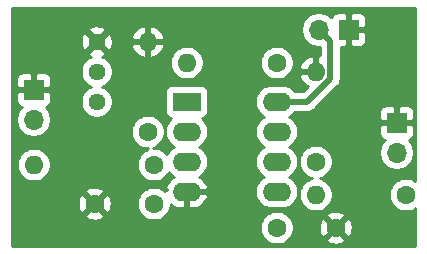
<source format=gbr>
%TF.GenerationSoftware,KiCad,Pcbnew,(5.1.12)-1*%
%TF.CreationDate,2022-02-01T21:13:27-05:00*%
%TF.ProjectId,Lobotomizer-LPF,4c6f626f-746f-46d6-997a-65722d4c5046,rev?*%
%TF.SameCoordinates,Original*%
%TF.FileFunction,Copper,L2,Bot*%
%TF.FilePolarity,Positive*%
%FSLAX46Y46*%
G04 Gerber Fmt 4.6, Leading zero omitted, Abs format (unit mm)*
G04 Created by KiCad (PCBNEW (5.1.12)-1) date 2022-02-01 21:13:27*
%MOMM*%
%LPD*%
G01*
G04 APERTURE LIST*
%TA.AperFunction,ComponentPad*%
%ADD10O,1.600000X1.600000*%
%TD*%
%TA.AperFunction,ComponentPad*%
%ADD11C,1.600000*%
%TD*%
%TA.AperFunction,ComponentPad*%
%ADD12O,2.400000X1.600000*%
%TD*%
%TA.AperFunction,ComponentPad*%
%ADD13R,2.400000X1.600000*%
%TD*%
%TA.AperFunction,ComponentPad*%
%ADD14C,1.440000*%
%TD*%
%TA.AperFunction,ComponentPad*%
%ADD15O,1.700000X1.700000*%
%TD*%
%TA.AperFunction,ComponentPad*%
%ADD16R,1.700000X1.700000*%
%TD*%
%TA.AperFunction,Conductor*%
%ADD17C,0.482600*%
%TD*%
%TA.AperFunction,Conductor*%
%ADD18C,0.254000*%
%TD*%
%TA.AperFunction,Conductor*%
%ADD19C,0.100000*%
%TD*%
G04 APERTURE END LIST*
D10*
%TO.P,R4,2*%
%TO.N,GND*%
X143256000Y-69596000D03*
D11*
%TO.P,R4,1*%
%TO.N,Net-(R4-Pad1)*%
X143256000Y-77216000D03*
%TD*%
D10*
%TO.P,R1,2*%
%TO.N,Net-(J1-Pad2)*%
X119380000Y-77470000D03*
D11*
%TO.P,R1,1*%
%TO.N,Net-(C1-Pad1)*%
X129540000Y-77470000D03*
%TD*%
D12*
%TO.P,U1,8*%
%TO.N,+9V*%
X139954000Y-72136000D03*
%TO.P,U1,4*%
%TO.N,GND*%
X132334000Y-79756000D03*
%TO.P,U1,7*%
%TO.N,Net-(J2-Pad2)*%
X139954000Y-74676000D03*
%TO.P,U1,3*%
%TO.N,Net-(C1-Pad1)*%
X132334000Y-77216000D03*
%TO.P,U1,6*%
%TO.N,Net-(R4-Pad1)*%
X139954000Y-77216000D03*
%TO.P,U1,2*%
%TO.N,Net-(R2-Pad1)*%
X132334000Y-74676000D03*
%TO.P,U1,5*%
%TO.N,Net-(C2-Pad1)*%
X139954000Y-79756000D03*
D13*
%TO.P,U1,1*%
%TO.N,Net-(R3-Pad2)*%
X132334000Y-72136000D03*
%TD*%
D14*
%TO.P,RV1,3*%
%TO.N,Net-(R3-Pad2)*%
X124714000Y-72136000D03*
%TO.P,RV1,2*%
%TO.N,Net-(R2-Pad1)*%
X124714000Y-69596000D03*
%TO.P,RV1,1*%
%TO.N,GND*%
X124714000Y-67056000D03*
%TD*%
D10*
%TO.P,R5,2*%
%TO.N,Net-(R4-Pad1)*%
X143256000Y-80010000D03*
D11*
%TO.P,R5,1*%
%TO.N,Net-(J2-Pad2)*%
X150876000Y-80010000D03*
%TD*%
D10*
%TO.P,R3,2*%
%TO.N,Net-(R3-Pad2)*%
X132334000Y-68834000D03*
D11*
%TO.P,R3,1*%
%TO.N,Net-(C2-Pad1)*%
X139954000Y-68834000D03*
%TD*%
D10*
%TO.P,R2,2*%
%TO.N,GND*%
X129032000Y-67056000D03*
D11*
%TO.P,R2,1*%
%TO.N,Net-(R2-Pad1)*%
X129032000Y-74676000D03*
%TD*%
D15*
%TO.P,J3,2*%
%TO.N,+9V*%
X143510000Y-66040000D03*
D16*
%TO.P,J3,1*%
%TO.N,GND*%
X146050000Y-66040000D03*
%TD*%
D15*
%TO.P,J2,2*%
%TO.N,Net-(J2-Pad2)*%
X150114000Y-76454000D03*
D16*
%TO.P,J2,1*%
%TO.N,GND*%
X150114000Y-73914000D03*
%TD*%
D15*
%TO.P,J1,2*%
%TO.N,Net-(J1-Pad2)*%
X119380000Y-73660000D03*
D16*
%TO.P,J1,1*%
%TO.N,GND*%
X119380000Y-71120000D03*
%TD*%
D11*
%TO.P,C2,2*%
%TO.N,GND*%
X144954000Y-82804000D03*
%TO.P,C2,1*%
%TO.N,Net-(C2-Pad1)*%
X139954000Y-82804000D03*
%TD*%
%TO.P,C1,2*%
%TO.N,GND*%
X124540000Y-80772000D03*
%TO.P,C1,1*%
%TO.N,Net-(C1-Pad1)*%
X129540000Y-80772000D03*
%TD*%
D17*
%TO.N,+9V*%
X144497301Y-70191825D02*
X142553126Y-72136000D01*
X144497301Y-67027301D02*
X144497301Y-70191825D01*
X142553126Y-72136000D02*
X139954000Y-72136000D01*
X143510000Y-66040000D02*
X144497301Y-67027301D01*
%TD*%
D18*
%TO.N,GND*%
X151715001Y-78844743D02*
X151555727Y-78738320D01*
X151294574Y-78630147D01*
X151017335Y-78575000D01*
X150734665Y-78575000D01*
X150457426Y-78630147D01*
X150196273Y-78738320D01*
X149961241Y-78895363D01*
X149761363Y-79095241D01*
X149604320Y-79330273D01*
X149496147Y-79591426D01*
X149441000Y-79868665D01*
X149441000Y-80151335D01*
X149496147Y-80428574D01*
X149604320Y-80689727D01*
X149761363Y-80924759D01*
X149961241Y-81124637D01*
X150196273Y-81281680D01*
X150457426Y-81389853D01*
X150734665Y-81445000D01*
X151017335Y-81445000D01*
X151294574Y-81389853D01*
X151555727Y-81281680D01*
X151715001Y-81175257D01*
X151715001Y-84405000D01*
X117525000Y-84405000D01*
X117525000Y-82662665D01*
X138519000Y-82662665D01*
X138519000Y-82945335D01*
X138574147Y-83222574D01*
X138682320Y-83483727D01*
X138839363Y-83718759D01*
X139039241Y-83918637D01*
X139274273Y-84075680D01*
X139535426Y-84183853D01*
X139812665Y-84239000D01*
X140095335Y-84239000D01*
X140372574Y-84183853D01*
X140633727Y-84075680D01*
X140868759Y-83918637D01*
X140990694Y-83796702D01*
X144140903Y-83796702D01*
X144212486Y-84040671D01*
X144467996Y-84161571D01*
X144742184Y-84230300D01*
X145024512Y-84244217D01*
X145304130Y-84202787D01*
X145570292Y-84107603D01*
X145695514Y-84040671D01*
X145767097Y-83796702D01*
X144954000Y-82983605D01*
X144140903Y-83796702D01*
X140990694Y-83796702D01*
X141068637Y-83718759D01*
X141225680Y-83483727D01*
X141333853Y-83222574D01*
X141389000Y-82945335D01*
X141389000Y-82874512D01*
X143513783Y-82874512D01*
X143555213Y-83154130D01*
X143650397Y-83420292D01*
X143717329Y-83545514D01*
X143961298Y-83617097D01*
X144774395Y-82804000D01*
X145133605Y-82804000D01*
X145946702Y-83617097D01*
X146190671Y-83545514D01*
X146311571Y-83290004D01*
X146380300Y-83015816D01*
X146394217Y-82733488D01*
X146352787Y-82453870D01*
X146257603Y-82187708D01*
X146190671Y-82062486D01*
X145946702Y-81990903D01*
X145133605Y-82804000D01*
X144774395Y-82804000D01*
X143961298Y-81990903D01*
X143717329Y-82062486D01*
X143596429Y-82317996D01*
X143527700Y-82592184D01*
X143513783Y-82874512D01*
X141389000Y-82874512D01*
X141389000Y-82662665D01*
X141333853Y-82385426D01*
X141225680Y-82124273D01*
X141068637Y-81889241D01*
X140990694Y-81811298D01*
X144140903Y-81811298D01*
X144954000Y-82624395D01*
X145767097Y-81811298D01*
X145695514Y-81567329D01*
X145440004Y-81446429D01*
X145165816Y-81377700D01*
X144883488Y-81363783D01*
X144603870Y-81405213D01*
X144337708Y-81500397D01*
X144212486Y-81567329D01*
X144140903Y-81811298D01*
X140990694Y-81811298D01*
X140868759Y-81689363D01*
X140633727Y-81532320D01*
X140372574Y-81424147D01*
X140095335Y-81369000D01*
X139812665Y-81369000D01*
X139535426Y-81424147D01*
X139274273Y-81532320D01*
X139039241Y-81689363D01*
X138839363Y-81889241D01*
X138682320Y-82124273D01*
X138574147Y-82385426D01*
X138519000Y-82662665D01*
X117525000Y-82662665D01*
X117525000Y-81764702D01*
X123726903Y-81764702D01*
X123798486Y-82008671D01*
X124053996Y-82129571D01*
X124328184Y-82198300D01*
X124610512Y-82212217D01*
X124890130Y-82170787D01*
X125156292Y-82075603D01*
X125281514Y-82008671D01*
X125353097Y-81764702D01*
X124540000Y-80951605D01*
X123726903Y-81764702D01*
X117525000Y-81764702D01*
X117525000Y-80842512D01*
X123099783Y-80842512D01*
X123141213Y-81122130D01*
X123236397Y-81388292D01*
X123303329Y-81513514D01*
X123547298Y-81585097D01*
X124360395Y-80772000D01*
X124719605Y-80772000D01*
X125532702Y-81585097D01*
X125776671Y-81513514D01*
X125897571Y-81258004D01*
X125966300Y-80983816D01*
X125980217Y-80701488D01*
X125938787Y-80421870D01*
X125843603Y-80155708D01*
X125776671Y-80030486D01*
X125532702Y-79958903D01*
X124719605Y-80772000D01*
X124360395Y-80772000D01*
X123547298Y-79958903D01*
X123303329Y-80030486D01*
X123182429Y-80285996D01*
X123113700Y-80560184D01*
X123099783Y-80842512D01*
X117525000Y-80842512D01*
X117525000Y-79779298D01*
X123726903Y-79779298D01*
X124540000Y-80592395D01*
X125353097Y-79779298D01*
X125281514Y-79535329D01*
X125026004Y-79414429D01*
X124751816Y-79345700D01*
X124469488Y-79331783D01*
X124189870Y-79373213D01*
X123923708Y-79468397D01*
X123798486Y-79535329D01*
X123726903Y-79779298D01*
X117525000Y-79779298D01*
X117525000Y-77328665D01*
X117945000Y-77328665D01*
X117945000Y-77611335D01*
X118000147Y-77888574D01*
X118108320Y-78149727D01*
X118265363Y-78384759D01*
X118465241Y-78584637D01*
X118700273Y-78741680D01*
X118961426Y-78849853D01*
X119238665Y-78905000D01*
X119521335Y-78905000D01*
X119798574Y-78849853D01*
X120059727Y-78741680D01*
X120294759Y-78584637D01*
X120494637Y-78384759D01*
X120651680Y-78149727D01*
X120759853Y-77888574D01*
X120815000Y-77611335D01*
X120815000Y-77328665D01*
X120759853Y-77051426D01*
X120651680Y-76790273D01*
X120494637Y-76555241D01*
X120294759Y-76355363D01*
X120059727Y-76198320D01*
X119798574Y-76090147D01*
X119521335Y-76035000D01*
X119238665Y-76035000D01*
X118961426Y-76090147D01*
X118700273Y-76198320D01*
X118465241Y-76355363D01*
X118265363Y-76555241D01*
X118108320Y-76790273D01*
X118000147Y-77051426D01*
X117945000Y-77328665D01*
X117525000Y-77328665D01*
X117525000Y-71970000D01*
X117891928Y-71970000D01*
X117904188Y-72094482D01*
X117940498Y-72214180D01*
X117999463Y-72324494D01*
X118078815Y-72421185D01*
X118175506Y-72500537D01*
X118285820Y-72559502D01*
X118358380Y-72581513D01*
X118226525Y-72713368D01*
X118064010Y-72956589D01*
X117952068Y-73226842D01*
X117895000Y-73513740D01*
X117895000Y-73806260D01*
X117952068Y-74093158D01*
X118064010Y-74363411D01*
X118226525Y-74606632D01*
X118433368Y-74813475D01*
X118676589Y-74975990D01*
X118946842Y-75087932D01*
X119233740Y-75145000D01*
X119526260Y-75145000D01*
X119813158Y-75087932D01*
X120083411Y-74975990D01*
X120326632Y-74813475D01*
X120533475Y-74606632D01*
X120581561Y-74534665D01*
X127597000Y-74534665D01*
X127597000Y-74817335D01*
X127652147Y-75094574D01*
X127760320Y-75355727D01*
X127917363Y-75590759D01*
X128117241Y-75790637D01*
X128352273Y-75947680D01*
X128613426Y-76055853D01*
X128890665Y-76111000D01*
X129071082Y-76111000D01*
X128860273Y-76198320D01*
X128625241Y-76355363D01*
X128425363Y-76555241D01*
X128268320Y-76790273D01*
X128160147Y-77051426D01*
X128105000Y-77328665D01*
X128105000Y-77611335D01*
X128160147Y-77888574D01*
X128268320Y-78149727D01*
X128425363Y-78384759D01*
X128625241Y-78584637D01*
X128860273Y-78741680D01*
X129121426Y-78849853D01*
X129398665Y-78905000D01*
X129681335Y-78905000D01*
X129958574Y-78849853D01*
X130219727Y-78741680D01*
X130454759Y-78584637D01*
X130654637Y-78384759D01*
X130811680Y-78149727D01*
X130822491Y-78123626D01*
X130914392Y-78235608D01*
X131132899Y-78414932D01*
X131260741Y-78483265D01*
X131031161Y-78633399D01*
X130829500Y-78831105D01*
X130670285Y-79064354D01*
X130559633Y-79324182D01*
X130542096Y-79406961D01*
X130664084Y-79628998D01*
X130499000Y-79628998D01*
X130499000Y-79701604D01*
X130454759Y-79657363D01*
X130219727Y-79500320D01*
X129958574Y-79392147D01*
X129681335Y-79337000D01*
X129398665Y-79337000D01*
X129121426Y-79392147D01*
X128860273Y-79500320D01*
X128625241Y-79657363D01*
X128425363Y-79857241D01*
X128268320Y-80092273D01*
X128160147Y-80353426D01*
X128105000Y-80630665D01*
X128105000Y-80913335D01*
X128160147Y-81190574D01*
X128268320Y-81451727D01*
X128425363Y-81686759D01*
X128625241Y-81886637D01*
X128860273Y-82043680D01*
X129121426Y-82151853D01*
X129398665Y-82207000D01*
X129681335Y-82207000D01*
X129958574Y-82151853D01*
X130219727Y-82043680D01*
X130454759Y-81886637D01*
X130654637Y-81686759D01*
X130811680Y-81451727D01*
X130919853Y-81190574D01*
X130975000Y-80913335D01*
X130975000Y-80823541D01*
X131031161Y-80878601D01*
X131267517Y-81033166D01*
X131529486Y-81138650D01*
X131807000Y-81191000D01*
X132207000Y-81191000D01*
X132207000Y-79883000D01*
X132461000Y-79883000D01*
X132461000Y-81191000D01*
X132861000Y-81191000D01*
X133138514Y-81138650D01*
X133400483Y-81033166D01*
X133636839Y-80878601D01*
X133838500Y-80680895D01*
X133997715Y-80447646D01*
X134108367Y-80187818D01*
X134125904Y-80105039D01*
X134003915Y-79883000D01*
X132461000Y-79883000D01*
X132207000Y-79883000D01*
X132187000Y-79883000D01*
X132187000Y-79629000D01*
X132207000Y-79629000D01*
X132207000Y-79609000D01*
X132461000Y-79609000D01*
X132461000Y-79629000D01*
X134003915Y-79629000D01*
X134125904Y-79406961D01*
X134108367Y-79324182D01*
X133997715Y-79064354D01*
X133838500Y-78831105D01*
X133636839Y-78633399D01*
X133407259Y-78483265D01*
X133535101Y-78414932D01*
X133753608Y-78235608D01*
X133932932Y-78017101D01*
X134066182Y-77767808D01*
X134148236Y-77497309D01*
X134175943Y-77216000D01*
X134148236Y-76934691D01*
X134066182Y-76664192D01*
X133932932Y-76414899D01*
X133753608Y-76196392D01*
X133535101Y-76017068D01*
X133402142Y-75946000D01*
X133535101Y-75874932D01*
X133753608Y-75695608D01*
X133932932Y-75477101D01*
X134066182Y-75227808D01*
X134148236Y-74957309D01*
X134175943Y-74676000D01*
X134148236Y-74394691D01*
X134066182Y-74124192D01*
X133932932Y-73874899D01*
X133753608Y-73656392D01*
X133640518Y-73563581D01*
X133658482Y-73561812D01*
X133778180Y-73525502D01*
X133888494Y-73466537D01*
X133985185Y-73387185D01*
X134064537Y-73290494D01*
X134123502Y-73180180D01*
X134159812Y-73060482D01*
X134172072Y-72936000D01*
X134172072Y-72136000D01*
X138112057Y-72136000D01*
X138139764Y-72417309D01*
X138221818Y-72687808D01*
X138355068Y-72937101D01*
X138534392Y-73155608D01*
X138752899Y-73334932D01*
X138885858Y-73406000D01*
X138752899Y-73477068D01*
X138534392Y-73656392D01*
X138355068Y-73874899D01*
X138221818Y-74124192D01*
X138139764Y-74394691D01*
X138112057Y-74676000D01*
X138139764Y-74957309D01*
X138221818Y-75227808D01*
X138355068Y-75477101D01*
X138534392Y-75695608D01*
X138752899Y-75874932D01*
X138885858Y-75946000D01*
X138752899Y-76017068D01*
X138534392Y-76196392D01*
X138355068Y-76414899D01*
X138221818Y-76664192D01*
X138139764Y-76934691D01*
X138112057Y-77216000D01*
X138139764Y-77497309D01*
X138221818Y-77767808D01*
X138355068Y-78017101D01*
X138534392Y-78235608D01*
X138752899Y-78414932D01*
X138885858Y-78486000D01*
X138752899Y-78557068D01*
X138534392Y-78736392D01*
X138355068Y-78954899D01*
X138221818Y-79204192D01*
X138139764Y-79474691D01*
X138112057Y-79756000D01*
X138139764Y-80037309D01*
X138221818Y-80307808D01*
X138355068Y-80557101D01*
X138534392Y-80775608D01*
X138752899Y-80954932D01*
X139002192Y-81088182D01*
X139272691Y-81170236D01*
X139483508Y-81191000D01*
X140424492Y-81191000D01*
X140635309Y-81170236D01*
X140905808Y-81088182D01*
X141155101Y-80954932D01*
X141373608Y-80775608D01*
X141552932Y-80557101D01*
X141686182Y-80307808D01*
X141768236Y-80037309D01*
X141795943Y-79756000D01*
X141768236Y-79474691D01*
X141686182Y-79204192D01*
X141552932Y-78954899D01*
X141373608Y-78736392D01*
X141155101Y-78557068D01*
X141022142Y-78486000D01*
X141155101Y-78414932D01*
X141373608Y-78235608D01*
X141552932Y-78017101D01*
X141686182Y-77767808D01*
X141768236Y-77497309D01*
X141795943Y-77216000D01*
X141782023Y-77074665D01*
X141821000Y-77074665D01*
X141821000Y-77357335D01*
X141876147Y-77634574D01*
X141984320Y-77895727D01*
X142141363Y-78130759D01*
X142341241Y-78330637D01*
X142576273Y-78487680D01*
X142837426Y-78595853D01*
X142923629Y-78613000D01*
X142837426Y-78630147D01*
X142576273Y-78738320D01*
X142341241Y-78895363D01*
X142141363Y-79095241D01*
X141984320Y-79330273D01*
X141876147Y-79591426D01*
X141821000Y-79868665D01*
X141821000Y-80151335D01*
X141876147Y-80428574D01*
X141984320Y-80689727D01*
X142141363Y-80924759D01*
X142341241Y-81124637D01*
X142576273Y-81281680D01*
X142837426Y-81389853D01*
X143114665Y-81445000D01*
X143397335Y-81445000D01*
X143674574Y-81389853D01*
X143935727Y-81281680D01*
X144170759Y-81124637D01*
X144370637Y-80924759D01*
X144527680Y-80689727D01*
X144635853Y-80428574D01*
X144691000Y-80151335D01*
X144691000Y-79868665D01*
X144635853Y-79591426D01*
X144527680Y-79330273D01*
X144370637Y-79095241D01*
X144170759Y-78895363D01*
X143935727Y-78738320D01*
X143674574Y-78630147D01*
X143588371Y-78613000D01*
X143674574Y-78595853D01*
X143935727Y-78487680D01*
X144170759Y-78330637D01*
X144370637Y-78130759D01*
X144527680Y-77895727D01*
X144635853Y-77634574D01*
X144691000Y-77357335D01*
X144691000Y-77074665D01*
X144635853Y-76797426D01*
X144527680Y-76536273D01*
X144370637Y-76301241D01*
X144170759Y-76101363D01*
X143935727Y-75944320D01*
X143674574Y-75836147D01*
X143397335Y-75781000D01*
X143114665Y-75781000D01*
X142837426Y-75836147D01*
X142576273Y-75944320D01*
X142341241Y-76101363D01*
X142141363Y-76301241D01*
X141984320Y-76536273D01*
X141876147Y-76797426D01*
X141821000Y-77074665D01*
X141782023Y-77074665D01*
X141768236Y-76934691D01*
X141686182Y-76664192D01*
X141552932Y-76414899D01*
X141373608Y-76196392D01*
X141155101Y-76017068D01*
X141022142Y-75946000D01*
X141155101Y-75874932D01*
X141373608Y-75695608D01*
X141552932Y-75477101D01*
X141686182Y-75227808D01*
X141768236Y-74957309D01*
X141787275Y-74764000D01*
X148625928Y-74764000D01*
X148638188Y-74888482D01*
X148674498Y-75008180D01*
X148733463Y-75118494D01*
X148812815Y-75215185D01*
X148909506Y-75294537D01*
X149019820Y-75353502D01*
X149092380Y-75375513D01*
X148960525Y-75507368D01*
X148798010Y-75750589D01*
X148686068Y-76020842D01*
X148629000Y-76307740D01*
X148629000Y-76600260D01*
X148686068Y-76887158D01*
X148798010Y-77157411D01*
X148960525Y-77400632D01*
X149167368Y-77607475D01*
X149410589Y-77769990D01*
X149680842Y-77881932D01*
X149967740Y-77939000D01*
X150260260Y-77939000D01*
X150547158Y-77881932D01*
X150817411Y-77769990D01*
X151060632Y-77607475D01*
X151267475Y-77400632D01*
X151429990Y-77157411D01*
X151541932Y-76887158D01*
X151599000Y-76600260D01*
X151599000Y-76307740D01*
X151541932Y-76020842D01*
X151429990Y-75750589D01*
X151267475Y-75507368D01*
X151135620Y-75375513D01*
X151208180Y-75353502D01*
X151318494Y-75294537D01*
X151415185Y-75215185D01*
X151494537Y-75118494D01*
X151553502Y-75008180D01*
X151589812Y-74888482D01*
X151602072Y-74764000D01*
X151599000Y-74199750D01*
X151440250Y-74041000D01*
X150241000Y-74041000D01*
X150241000Y-74061000D01*
X149987000Y-74061000D01*
X149987000Y-74041000D01*
X148787750Y-74041000D01*
X148629000Y-74199750D01*
X148625928Y-74764000D01*
X141787275Y-74764000D01*
X141795943Y-74676000D01*
X141768236Y-74394691D01*
X141686182Y-74124192D01*
X141552932Y-73874899D01*
X141373608Y-73656392D01*
X141155101Y-73477068D01*
X141022142Y-73406000D01*
X141155101Y-73334932D01*
X141373608Y-73155608D01*
X141448788Y-73064000D01*
X148625928Y-73064000D01*
X148629000Y-73628250D01*
X148787750Y-73787000D01*
X149987000Y-73787000D01*
X149987000Y-72587750D01*
X150241000Y-72587750D01*
X150241000Y-73787000D01*
X151440250Y-73787000D01*
X151599000Y-73628250D01*
X151602072Y-73064000D01*
X151589812Y-72939518D01*
X151553502Y-72819820D01*
X151494537Y-72709506D01*
X151415185Y-72612815D01*
X151318494Y-72533463D01*
X151208180Y-72474498D01*
X151088482Y-72438188D01*
X150964000Y-72425928D01*
X150399750Y-72429000D01*
X150241000Y-72587750D01*
X149987000Y-72587750D01*
X149828250Y-72429000D01*
X149264000Y-72425928D01*
X149139518Y-72438188D01*
X149019820Y-72474498D01*
X148909506Y-72533463D01*
X148812815Y-72612815D01*
X148733463Y-72709506D01*
X148674498Y-72819820D01*
X148638188Y-72939518D01*
X148625928Y-73064000D01*
X141448788Y-73064000D01*
X141491218Y-73012300D01*
X142510078Y-73012300D01*
X142553126Y-73016540D01*
X142596174Y-73012300D01*
X142596176Y-73012300D01*
X142724911Y-72999621D01*
X142890094Y-72949513D01*
X143042328Y-72868142D01*
X143175762Y-72758636D01*
X143203212Y-72725188D01*
X145086495Y-70841906D01*
X145119937Y-70814461D01*
X145229443Y-70681027D01*
X145310814Y-70528793D01*
X145360922Y-70363610D01*
X145373601Y-70234875D01*
X145373601Y-70234873D01*
X145377841Y-70191825D01*
X145373601Y-70148777D01*
X145373601Y-67527127D01*
X145764250Y-67525000D01*
X145923000Y-67366250D01*
X145923000Y-66167000D01*
X146177000Y-66167000D01*
X146177000Y-67366250D01*
X146335750Y-67525000D01*
X146900000Y-67528072D01*
X147024482Y-67515812D01*
X147144180Y-67479502D01*
X147254494Y-67420537D01*
X147351185Y-67341185D01*
X147430537Y-67244494D01*
X147489502Y-67134180D01*
X147525812Y-67014482D01*
X147538072Y-66890000D01*
X147535000Y-66325750D01*
X147376250Y-66167000D01*
X146177000Y-66167000D01*
X145923000Y-66167000D01*
X145903000Y-66167000D01*
X145903000Y-65913000D01*
X145923000Y-65913000D01*
X145923000Y-64713750D01*
X146177000Y-64713750D01*
X146177000Y-65913000D01*
X147376250Y-65913000D01*
X147535000Y-65754250D01*
X147538072Y-65190000D01*
X147525812Y-65065518D01*
X147489502Y-64945820D01*
X147430537Y-64835506D01*
X147351185Y-64738815D01*
X147254494Y-64659463D01*
X147144180Y-64600498D01*
X147024482Y-64564188D01*
X146900000Y-64551928D01*
X146335750Y-64555000D01*
X146177000Y-64713750D01*
X145923000Y-64713750D01*
X145764250Y-64555000D01*
X145200000Y-64551928D01*
X145075518Y-64564188D01*
X144955820Y-64600498D01*
X144845506Y-64659463D01*
X144748815Y-64738815D01*
X144669463Y-64835506D01*
X144610498Y-64945820D01*
X144588487Y-65018380D01*
X144456632Y-64886525D01*
X144213411Y-64724010D01*
X143943158Y-64612068D01*
X143656260Y-64555000D01*
X143363740Y-64555000D01*
X143076842Y-64612068D01*
X142806589Y-64724010D01*
X142563368Y-64886525D01*
X142356525Y-65093368D01*
X142194010Y-65336589D01*
X142082068Y-65606842D01*
X142025000Y-65893740D01*
X142025000Y-66186260D01*
X142082068Y-66473158D01*
X142194010Y-66743411D01*
X142356525Y-66986632D01*
X142563368Y-67193475D01*
X142806589Y-67355990D01*
X143076842Y-67467932D01*
X143363740Y-67525000D01*
X143621001Y-67525000D01*
X143621001Y-68208938D01*
X143605039Y-68204096D01*
X143383000Y-68326085D01*
X143383000Y-69469000D01*
X143403000Y-69469000D01*
X143403000Y-69723000D01*
X143383000Y-69723000D01*
X143383000Y-69743000D01*
X143129000Y-69743000D01*
X143129000Y-69723000D01*
X141985376Y-69723000D01*
X141864091Y-69945040D01*
X141958930Y-70209881D01*
X142103615Y-70451131D01*
X142292586Y-70659519D01*
X142518580Y-70827037D01*
X142589361Y-70860491D01*
X142190152Y-71259700D01*
X141491218Y-71259700D01*
X141373608Y-71116392D01*
X141155101Y-70937068D01*
X140905808Y-70803818D01*
X140635309Y-70721764D01*
X140424492Y-70701000D01*
X139483508Y-70701000D01*
X139272691Y-70721764D01*
X139002192Y-70803818D01*
X138752899Y-70937068D01*
X138534392Y-71116392D01*
X138355068Y-71334899D01*
X138221818Y-71584192D01*
X138139764Y-71854691D01*
X138112057Y-72136000D01*
X134172072Y-72136000D01*
X134172072Y-71336000D01*
X134159812Y-71211518D01*
X134123502Y-71091820D01*
X134064537Y-70981506D01*
X133985185Y-70884815D01*
X133888494Y-70805463D01*
X133778180Y-70746498D01*
X133658482Y-70710188D01*
X133534000Y-70697928D01*
X131134000Y-70697928D01*
X131009518Y-70710188D01*
X130889820Y-70746498D01*
X130779506Y-70805463D01*
X130682815Y-70884815D01*
X130603463Y-70981506D01*
X130544498Y-71091820D01*
X130508188Y-71211518D01*
X130495928Y-71336000D01*
X130495928Y-72936000D01*
X130508188Y-73060482D01*
X130544498Y-73180180D01*
X130603463Y-73290494D01*
X130682815Y-73387185D01*
X130779506Y-73466537D01*
X130889820Y-73525502D01*
X131009518Y-73561812D01*
X131027482Y-73563581D01*
X130914392Y-73656392D01*
X130735068Y-73874899D01*
X130601818Y-74124192D01*
X130519764Y-74394691D01*
X130492057Y-74676000D01*
X130519764Y-74957309D01*
X130601818Y-75227808D01*
X130735068Y-75477101D01*
X130914392Y-75695608D01*
X131132899Y-75874932D01*
X131265858Y-75946000D01*
X131132899Y-76017068D01*
X130914392Y-76196392D01*
X130735068Y-76414899D01*
X130657646Y-76559745D01*
X130654637Y-76555241D01*
X130454759Y-76355363D01*
X130219727Y-76198320D01*
X129958574Y-76090147D01*
X129681335Y-76035000D01*
X129500918Y-76035000D01*
X129711727Y-75947680D01*
X129946759Y-75790637D01*
X130146637Y-75590759D01*
X130303680Y-75355727D01*
X130411853Y-75094574D01*
X130467000Y-74817335D01*
X130467000Y-74534665D01*
X130411853Y-74257426D01*
X130303680Y-73996273D01*
X130146637Y-73761241D01*
X129946759Y-73561363D01*
X129711727Y-73404320D01*
X129450574Y-73296147D01*
X129173335Y-73241000D01*
X128890665Y-73241000D01*
X128613426Y-73296147D01*
X128352273Y-73404320D01*
X128117241Y-73561363D01*
X127917363Y-73761241D01*
X127760320Y-73996273D01*
X127652147Y-74257426D01*
X127597000Y-74534665D01*
X120581561Y-74534665D01*
X120695990Y-74363411D01*
X120807932Y-74093158D01*
X120865000Y-73806260D01*
X120865000Y-73513740D01*
X120807932Y-73226842D01*
X120695990Y-72956589D01*
X120533475Y-72713368D01*
X120401620Y-72581513D01*
X120474180Y-72559502D01*
X120584494Y-72500537D01*
X120681185Y-72421185D01*
X120760537Y-72324494D01*
X120819502Y-72214180D01*
X120855812Y-72094482D01*
X120868072Y-71970000D01*
X120865000Y-71405750D01*
X120706250Y-71247000D01*
X119507000Y-71247000D01*
X119507000Y-71267000D01*
X119253000Y-71267000D01*
X119253000Y-71247000D01*
X118053750Y-71247000D01*
X117895000Y-71405750D01*
X117891928Y-71970000D01*
X117525000Y-71970000D01*
X117525000Y-70270000D01*
X117891928Y-70270000D01*
X117895000Y-70834250D01*
X118053750Y-70993000D01*
X119253000Y-70993000D01*
X119253000Y-69793750D01*
X119507000Y-69793750D01*
X119507000Y-70993000D01*
X120706250Y-70993000D01*
X120865000Y-70834250D01*
X120868072Y-70270000D01*
X120855812Y-70145518D01*
X120819502Y-70025820D01*
X120760537Y-69915506D01*
X120681185Y-69818815D01*
X120584494Y-69739463D01*
X120474180Y-69680498D01*
X120354482Y-69644188D01*
X120230000Y-69631928D01*
X119665750Y-69635000D01*
X119507000Y-69793750D01*
X119253000Y-69793750D01*
X119094250Y-69635000D01*
X118530000Y-69631928D01*
X118405518Y-69644188D01*
X118285820Y-69680498D01*
X118175506Y-69739463D01*
X118078815Y-69818815D01*
X117999463Y-69915506D01*
X117940498Y-70025820D01*
X117904188Y-70145518D01*
X117891928Y-70270000D01*
X117525000Y-70270000D01*
X117525000Y-69462544D01*
X123359000Y-69462544D01*
X123359000Y-69729456D01*
X123411072Y-69991239D01*
X123513215Y-70237833D01*
X123661503Y-70459762D01*
X123850238Y-70648497D01*
X124072167Y-70796785D01*
X124239266Y-70866000D01*
X124072167Y-70935215D01*
X123850238Y-71083503D01*
X123661503Y-71272238D01*
X123513215Y-71494167D01*
X123411072Y-71740761D01*
X123359000Y-72002544D01*
X123359000Y-72269456D01*
X123411072Y-72531239D01*
X123513215Y-72777833D01*
X123661503Y-72999762D01*
X123850238Y-73188497D01*
X124072167Y-73336785D01*
X124318761Y-73438928D01*
X124580544Y-73491000D01*
X124847456Y-73491000D01*
X125109239Y-73438928D01*
X125355833Y-73336785D01*
X125577762Y-73188497D01*
X125766497Y-72999762D01*
X125914785Y-72777833D01*
X126016928Y-72531239D01*
X126069000Y-72269456D01*
X126069000Y-72002544D01*
X126016928Y-71740761D01*
X125914785Y-71494167D01*
X125766497Y-71272238D01*
X125577762Y-71083503D01*
X125355833Y-70935215D01*
X125188734Y-70866000D01*
X125355833Y-70796785D01*
X125577762Y-70648497D01*
X125766497Y-70459762D01*
X125914785Y-70237833D01*
X126016928Y-69991239D01*
X126069000Y-69729456D01*
X126069000Y-69462544D01*
X126016928Y-69200761D01*
X125914785Y-68954167D01*
X125766497Y-68732238D01*
X125726924Y-68692665D01*
X130899000Y-68692665D01*
X130899000Y-68975335D01*
X130954147Y-69252574D01*
X131062320Y-69513727D01*
X131219363Y-69748759D01*
X131419241Y-69948637D01*
X131654273Y-70105680D01*
X131915426Y-70213853D01*
X132192665Y-70269000D01*
X132475335Y-70269000D01*
X132752574Y-70213853D01*
X133013727Y-70105680D01*
X133248759Y-69948637D01*
X133448637Y-69748759D01*
X133605680Y-69513727D01*
X133713853Y-69252574D01*
X133769000Y-68975335D01*
X133769000Y-68692665D01*
X138519000Y-68692665D01*
X138519000Y-68975335D01*
X138574147Y-69252574D01*
X138682320Y-69513727D01*
X138839363Y-69748759D01*
X139039241Y-69948637D01*
X139274273Y-70105680D01*
X139535426Y-70213853D01*
X139812665Y-70269000D01*
X140095335Y-70269000D01*
X140372574Y-70213853D01*
X140633727Y-70105680D01*
X140868759Y-69948637D01*
X141068637Y-69748759D01*
X141225680Y-69513727D01*
X141333853Y-69252574D01*
X141334969Y-69246960D01*
X141864091Y-69246960D01*
X141985376Y-69469000D01*
X143129000Y-69469000D01*
X143129000Y-68326085D01*
X142906961Y-68204096D01*
X142772913Y-68244754D01*
X142518580Y-68364963D01*
X142292586Y-68532481D01*
X142103615Y-68740869D01*
X141958930Y-68982119D01*
X141864091Y-69246960D01*
X141334969Y-69246960D01*
X141389000Y-68975335D01*
X141389000Y-68692665D01*
X141333853Y-68415426D01*
X141225680Y-68154273D01*
X141068637Y-67919241D01*
X140868759Y-67719363D01*
X140633727Y-67562320D01*
X140372574Y-67454147D01*
X140095335Y-67399000D01*
X139812665Y-67399000D01*
X139535426Y-67454147D01*
X139274273Y-67562320D01*
X139039241Y-67719363D01*
X138839363Y-67919241D01*
X138682320Y-68154273D01*
X138574147Y-68415426D01*
X138519000Y-68692665D01*
X133769000Y-68692665D01*
X133713853Y-68415426D01*
X133605680Y-68154273D01*
X133448637Y-67919241D01*
X133248759Y-67719363D01*
X133013727Y-67562320D01*
X132752574Y-67454147D01*
X132475335Y-67399000D01*
X132192665Y-67399000D01*
X131915426Y-67454147D01*
X131654273Y-67562320D01*
X131419241Y-67719363D01*
X131219363Y-67919241D01*
X131062320Y-68154273D01*
X130954147Y-68415426D01*
X130899000Y-68692665D01*
X125726924Y-68692665D01*
X125577762Y-68543503D01*
X125355833Y-68395215D01*
X125187676Y-68325562D01*
X125302353Y-68283875D01*
X125408068Y-68227368D01*
X125469955Y-67991560D01*
X124714000Y-67235605D01*
X123958045Y-67991560D01*
X124019932Y-68227368D01*
X124235007Y-68327764D01*
X124072167Y-68395215D01*
X123850238Y-68543503D01*
X123661503Y-68732238D01*
X123513215Y-68954167D01*
X123411072Y-69200761D01*
X123359000Y-69462544D01*
X117525000Y-69462544D01*
X117525000Y-67129680D01*
X123354439Y-67129680D01*
X123394937Y-67393501D01*
X123486125Y-67644353D01*
X123542632Y-67750068D01*
X123778440Y-67811955D01*
X124534395Y-67056000D01*
X124893605Y-67056000D01*
X125649560Y-67811955D01*
X125885368Y-67750068D01*
X125998266Y-67508210D01*
X126023555Y-67405040D01*
X127640091Y-67405040D01*
X127734930Y-67669881D01*
X127879615Y-67911131D01*
X128068586Y-68119519D01*
X128294580Y-68287037D01*
X128548913Y-68407246D01*
X128682961Y-68447904D01*
X128905000Y-68325915D01*
X128905000Y-67183000D01*
X129159000Y-67183000D01*
X129159000Y-68325915D01*
X129381039Y-68447904D01*
X129515087Y-68407246D01*
X129769420Y-68287037D01*
X129995414Y-68119519D01*
X130184385Y-67911131D01*
X130329070Y-67669881D01*
X130423909Y-67405040D01*
X130302624Y-67183000D01*
X129159000Y-67183000D01*
X128905000Y-67183000D01*
X127761376Y-67183000D01*
X127640091Y-67405040D01*
X126023555Y-67405040D01*
X126061811Y-67248973D01*
X126073561Y-66982320D01*
X126033063Y-66718499D01*
X126028869Y-66706960D01*
X127640091Y-66706960D01*
X127761376Y-66929000D01*
X128905000Y-66929000D01*
X128905000Y-65786085D01*
X129159000Y-65786085D01*
X129159000Y-66929000D01*
X130302624Y-66929000D01*
X130423909Y-66706960D01*
X130329070Y-66442119D01*
X130184385Y-66200869D01*
X129995414Y-65992481D01*
X129769420Y-65824963D01*
X129515087Y-65704754D01*
X129381039Y-65664096D01*
X129159000Y-65786085D01*
X128905000Y-65786085D01*
X128682961Y-65664096D01*
X128548913Y-65704754D01*
X128294580Y-65824963D01*
X128068586Y-65992481D01*
X127879615Y-66200869D01*
X127734930Y-66442119D01*
X127640091Y-66706960D01*
X126028869Y-66706960D01*
X125941875Y-66467647D01*
X125885368Y-66361932D01*
X125649560Y-66300045D01*
X124893605Y-67056000D01*
X124534395Y-67056000D01*
X123778440Y-66300045D01*
X123542632Y-66361932D01*
X123429734Y-66603790D01*
X123366189Y-66863027D01*
X123354439Y-67129680D01*
X117525000Y-67129680D01*
X117525000Y-66120440D01*
X123958045Y-66120440D01*
X124714000Y-66876395D01*
X125469955Y-66120440D01*
X125408068Y-65884632D01*
X125166210Y-65771734D01*
X124906973Y-65708189D01*
X124640320Y-65696439D01*
X124376499Y-65736937D01*
X124125647Y-65828125D01*
X124019932Y-65884632D01*
X123958045Y-66120440D01*
X117525000Y-66120440D01*
X117525000Y-64185000D01*
X151715000Y-64185000D01*
X151715001Y-78844743D01*
%TA.AperFunction,Conductor*%
D19*
G36*
X151715001Y-78844743D02*
G01*
X151555727Y-78738320D01*
X151294574Y-78630147D01*
X151017335Y-78575000D01*
X150734665Y-78575000D01*
X150457426Y-78630147D01*
X150196273Y-78738320D01*
X149961241Y-78895363D01*
X149761363Y-79095241D01*
X149604320Y-79330273D01*
X149496147Y-79591426D01*
X149441000Y-79868665D01*
X149441000Y-80151335D01*
X149496147Y-80428574D01*
X149604320Y-80689727D01*
X149761363Y-80924759D01*
X149961241Y-81124637D01*
X150196273Y-81281680D01*
X150457426Y-81389853D01*
X150734665Y-81445000D01*
X151017335Y-81445000D01*
X151294574Y-81389853D01*
X151555727Y-81281680D01*
X151715001Y-81175257D01*
X151715001Y-84405000D01*
X117525000Y-84405000D01*
X117525000Y-82662665D01*
X138519000Y-82662665D01*
X138519000Y-82945335D01*
X138574147Y-83222574D01*
X138682320Y-83483727D01*
X138839363Y-83718759D01*
X139039241Y-83918637D01*
X139274273Y-84075680D01*
X139535426Y-84183853D01*
X139812665Y-84239000D01*
X140095335Y-84239000D01*
X140372574Y-84183853D01*
X140633727Y-84075680D01*
X140868759Y-83918637D01*
X140990694Y-83796702D01*
X144140903Y-83796702D01*
X144212486Y-84040671D01*
X144467996Y-84161571D01*
X144742184Y-84230300D01*
X145024512Y-84244217D01*
X145304130Y-84202787D01*
X145570292Y-84107603D01*
X145695514Y-84040671D01*
X145767097Y-83796702D01*
X144954000Y-82983605D01*
X144140903Y-83796702D01*
X140990694Y-83796702D01*
X141068637Y-83718759D01*
X141225680Y-83483727D01*
X141333853Y-83222574D01*
X141389000Y-82945335D01*
X141389000Y-82874512D01*
X143513783Y-82874512D01*
X143555213Y-83154130D01*
X143650397Y-83420292D01*
X143717329Y-83545514D01*
X143961298Y-83617097D01*
X144774395Y-82804000D01*
X145133605Y-82804000D01*
X145946702Y-83617097D01*
X146190671Y-83545514D01*
X146311571Y-83290004D01*
X146380300Y-83015816D01*
X146394217Y-82733488D01*
X146352787Y-82453870D01*
X146257603Y-82187708D01*
X146190671Y-82062486D01*
X145946702Y-81990903D01*
X145133605Y-82804000D01*
X144774395Y-82804000D01*
X143961298Y-81990903D01*
X143717329Y-82062486D01*
X143596429Y-82317996D01*
X143527700Y-82592184D01*
X143513783Y-82874512D01*
X141389000Y-82874512D01*
X141389000Y-82662665D01*
X141333853Y-82385426D01*
X141225680Y-82124273D01*
X141068637Y-81889241D01*
X140990694Y-81811298D01*
X144140903Y-81811298D01*
X144954000Y-82624395D01*
X145767097Y-81811298D01*
X145695514Y-81567329D01*
X145440004Y-81446429D01*
X145165816Y-81377700D01*
X144883488Y-81363783D01*
X144603870Y-81405213D01*
X144337708Y-81500397D01*
X144212486Y-81567329D01*
X144140903Y-81811298D01*
X140990694Y-81811298D01*
X140868759Y-81689363D01*
X140633727Y-81532320D01*
X140372574Y-81424147D01*
X140095335Y-81369000D01*
X139812665Y-81369000D01*
X139535426Y-81424147D01*
X139274273Y-81532320D01*
X139039241Y-81689363D01*
X138839363Y-81889241D01*
X138682320Y-82124273D01*
X138574147Y-82385426D01*
X138519000Y-82662665D01*
X117525000Y-82662665D01*
X117525000Y-81764702D01*
X123726903Y-81764702D01*
X123798486Y-82008671D01*
X124053996Y-82129571D01*
X124328184Y-82198300D01*
X124610512Y-82212217D01*
X124890130Y-82170787D01*
X125156292Y-82075603D01*
X125281514Y-82008671D01*
X125353097Y-81764702D01*
X124540000Y-80951605D01*
X123726903Y-81764702D01*
X117525000Y-81764702D01*
X117525000Y-80842512D01*
X123099783Y-80842512D01*
X123141213Y-81122130D01*
X123236397Y-81388292D01*
X123303329Y-81513514D01*
X123547298Y-81585097D01*
X124360395Y-80772000D01*
X124719605Y-80772000D01*
X125532702Y-81585097D01*
X125776671Y-81513514D01*
X125897571Y-81258004D01*
X125966300Y-80983816D01*
X125980217Y-80701488D01*
X125938787Y-80421870D01*
X125843603Y-80155708D01*
X125776671Y-80030486D01*
X125532702Y-79958903D01*
X124719605Y-80772000D01*
X124360395Y-80772000D01*
X123547298Y-79958903D01*
X123303329Y-80030486D01*
X123182429Y-80285996D01*
X123113700Y-80560184D01*
X123099783Y-80842512D01*
X117525000Y-80842512D01*
X117525000Y-79779298D01*
X123726903Y-79779298D01*
X124540000Y-80592395D01*
X125353097Y-79779298D01*
X125281514Y-79535329D01*
X125026004Y-79414429D01*
X124751816Y-79345700D01*
X124469488Y-79331783D01*
X124189870Y-79373213D01*
X123923708Y-79468397D01*
X123798486Y-79535329D01*
X123726903Y-79779298D01*
X117525000Y-79779298D01*
X117525000Y-77328665D01*
X117945000Y-77328665D01*
X117945000Y-77611335D01*
X118000147Y-77888574D01*
X118108320Y-78149727D01*
X118265363Y-78384759D01*
X118465241Y-78584637D01*
X118700273Y-78741680D01*
X118961426Y-78849853D01*
X119238665Y-78905000D01*
X119521335Y-78905000D01*
X119798574Y-78849853D01*
X120059727Y-78741680D01*
X120294759Y-78584637D01*
X120494637Y-78384759D01*
X120651680Y-78149727D01*
X120759853Y-77888574D01*
X120815000Y-77611335D01*
X120815000Y-77328665D01*
X120759853Y-77051426D01*
X120651680Y-76790273D01*
X120494637Y-76555241D01*
X120294759Y-76355363D01*
X120059727Y-76198320D01*
X119798574Y-76090147D01*
X119521335Y-76035000D01*
X119238665Y-76035000D01*
X118961426Y-76090147D01*
X118700273Y-76198320D01*
X118465241Y-76355363D01*
X118265363Y-76555241D01*
X118108320Y-76790273D01*
X118000147Y-77051426D01*
X117945000Y-77328665D01*
X117525000Y-77328665D01*
X117525000Y-71970000D01*
X117891928Y-71970000D01*
X117904188Y-72094482D01*
X117940498Y-72214180D01*
X117999463Y-72324494D01*
X118078815Y-72421185D01*
X118175506Y-72500537D01*
X118285820Y-72559502D01*
X118358380Y-72581513D01*
X118226525Y-72713368D01*
X118064010Y-72956589D01*
X117952068Y-73226842D01*
X117895000Y-73513740D01*
X117895000Y-73806260D01*
X117952068Y-74093158D01*
X118064010Y-74363411D01*
X118226525Y-74606632D01*
X118433368Y-74813475D01*
X118676589Y-74975990D01*
X118946842Y-75087932D01*
X119233740Y-75145000D01*
X119526260Y-75145000D01*
X119813158Y-75087932D01*
X120083411Y-74975990D01*
X120326632Y-74813475D01*
X120533475Y-74606632D01*
X120581561Y-74534665D01*
X127597000Y-74534665D01*
X127597000Y-74817335D01*
X127652147Y-75094574D01*
X127760320Y-75355727D01*
X127917363Y-75590759D01*
X128117241Y-75790637D01*
X128352273Y-75947680D01*
X128613426Y-76055853D01*
X128890665Y-76111000D01*
X129071082Y-76111000D01*
X128860273Y-76198320D01*
X128625241Y-76355363D01*
X128425363Y-76555241D01*
X128268320Y-76790273D01*
X128160147Y-77051426D01*
X128105000Y-77328665D01*
X128105000Y-77611335D01*
X128160147Y-77888574D01*
X128268320Y-78149727D01*
X128425363Y-78384759D01*
X128625241Y-78584637D01*
X128860273Y-78741680D01*
X129121426Y-78849853D01*
X129398665Y-78905000D01*
X129681335Y-78905000D01*
X129958574Y-78849853D01*
X130219727Y-78741680D01*
X130454759Y-78584637D01*
X130654637Y-78384759D01*
X130811680Y-78149727D01*
X130822491Y-78123626D01*
X130914392Y-78235608D01*
X131132899Y-78414932D01*
X131260741Y-78483265D01*
X131031161Y-78633399D01*
X130829500Y-78831105D01*
X130670285Y-79064354D01*
X130559633Y-79324182D01*
X130542096Y-79406961D01*
X130664084Y-79628998D01*
X130499000Y-79628998D01*
X130499000Y-79701604D01*
X130454759Y-79657363D01*
X130219727Y-79500320D01*
X129958574Y-79392147D01*
X129681335Y-79337000D01*
X129398665Y-79337000D01*
X129121426Y-79392147D01*
X128860273Y-79500320D01*
X128625241Y-79657363D01*
X128425363Y-79857241D01*
X128268320Y-80092273D01*
X128160147Y-80353426D01*
X128105000Y-80630665D01*
X128105000Y-80913335D01*
X128160147Y-81190574D01*
X128268320Y-81451727D01*
X128425363Y-81686759D01*
X128625241Y-81886637D01*
X128860273Y-82043680D01*
X129121426Y-82151853D01*
X129398665Y-82207000D01*
X129681335Y-82207000D01*
X129958574Y-82151853D01*
X130219727Y-82043680D01*
X130454759Y-81886637D01*
X130654637Y-81686759D01*
X130811680Y-81451727D01*
X130919853Y-81190574D01*
X130975000Y-80913335D01*
X130975000Y-80823541D01*
X131031161Y-80878601D01*
X131267517Y-81033166D01*
X131529486Y-81138650D01*
X131807000Y-81191000D01*
X132207000Y-81191000D01*
X132207000Y-79883000D01*
X132461000Y-79883000D01*
X132461000Y-81191000D01*
X132861000Y-81191000D01*
X133138514Y-81138650D01*
X133400483Y-81033166D01*
X133636839Y-80878601D01*
X133838500Y-80680895D01*
X133997715Y-80447646D01*
X134108367Y-80187818D01*
X134125904Y-80105039D01*
X134003915Y-79883000D01*
X132461000Y-79883000D01*
X132207000Y-79883000D01*
X132187000Y-79883000D01*
X132187000Y-79629000D01*
X132207000Y-79629000D01*
X132207000Y-79609000D01*
X132461000Y-79609000D01*
X132461000Y-79629000D01*
X134003915Y-79629000D01*
X134125904Y-79406961D01*
X134108367Y-79324182D01*
X133997715Y-79064354D01*
X133838500Y-78831105D01*
X133636839Y-78633399D01*
X133407259Y-78483265D01*
X133535101Y-78414932D01*
X133753608Y-78235608D01*
X133932932Y-78017101D01*
X134066182Y-77767808D01*
X134148236Y-77497309D01*
X134175943Y-77216000D01*
X134148236Y-76934691D01*
X134066182Y-76664192D01*
X133932932Y-76414899D01*
X133753608Y-76196392D01*
X133535101Y-76017068D01*
X133402142Y-75946000D01*
X133535101Y-75874932D01*
X133753608Y-75695608D01*
X133932932Y-75477101D01*
X134066182Y-75227808D01*
X134148236Y-74957309D01*
X134175943Y-74676000D01*
X134148236Y-74394691D01*
X134066182Y-74124192D01*
X133932932Y-73874899D01*
X133753608Y-73656392D01*
X133640518Y-73563581D01*
X133658482Y-73561812D01*
X133778180Y-73525502D01*
X133888494Y-73466537D01*
X133985185Y-73387185D01*
X134064537Y-73290494D01*
X134123502Y-73180180D01*
X134159812Y-73060482D01*
X134172072Y-72936000D01*
X134172072Y-72136000D01*
X138112057Y-72136000D01*
X138139764Y-72417309D01*
X138221818Y-72687808D01*
X138355068Y-72937101D01*
X138534392Y-73155608D01*
X138752899Y-73334932D01*
X138885858Y-73406000D01*
X138752899Y-73477068D01*
X138534392Y-73656392D01*
X138355068Y-73874899D01*
X138221818Y-74124192D01*
X138139764Y-74394691D01*
X138112057Y-74676000D01*
X138139764Y-74957309D01*
X138221818Y-75227808D01*
X138355068Y-75477101D01*
X138534392Y-75695608D01*
X138752899Y-75874932D01*
X138885858Y-75946000D01*
X138752899Y-76017068D01*
X138534392Y-76196392D01*
X138355068Y-76414899D01*
X138221818Y-76664192D01*
X138139764Y-76934691D01*
X138112057Y-77216000D01*
X138139764Y-77497309D01*
X138221818Y-77767808D01*
X138355068Y-78017101D01*
X138534392Y-78235608D01*
X138752899Y-78414932D01*
X138885858Y-78486000D01*
X138752899Y-78557068D01*
X138534392Y-78736392D01*
X138355068Y-78954899D01*
X138221818Y-79204192D01*
X138139764Y-79474691D01*
X138112057Y-79756000D01*
X138139764Y-80037309D01*
X138221818Y-80307808D01*
X138355068Y-80557101D01*
X138534392Y-80775608D01*
X138752899Y-80954932D01*
X139002192Y-81088182D01*
X139272691Y-81170236D01*
X139483508Y-81191000D01*
X140424492Y-81191000D01*
X140635309Y-81170236D01*
X140905808Y-81088182D01*
X141155101Y-80954932D01*
X141373608Y-80775608D01*
X141552932Y-80557101D01*
X141686182Y-80307808D01*
X141768236Y-80037309D01*
X141795943Y-79756000D01*
X141768236Y-79474691D01*
X141686182Y-79204192D01*
X141552932Y-78954899D01*
X141373608Y-78736392D01*
X141155101Y-78557068D01*
X141022142Y-78486000D01*
X141155101Y-78414932D01*
X141373608Y-78235608D01*
X141552932Y-78017101D01*
X141686182Y-77767808D01*
X141768236Y-77497309D01*
X141795943Y-77216000D01*
X141782023Y-77074665D01*
X141821000Y-77074665D01*
X141821000Y-77357335D01*
X141876147Y-77634574D01*
X141984320Y-77895727D01*
X142141363Y-78130759D01*
X142341241Y-78330637D01*
X142576273Y-78487680D01*
X142837426Y-78595853D01*
X142923629Y-78613000D01*
X142837426Y-78630147D01*
X142576273Y-78738320D01*
X142341241Y-78895363D01*
X142141363Y-79095241D01*
X141984320Y-79330273D01*
X141876147Y-79591426D01*
X141821000Y-79868665D01*
X141821000Y-80151335D01*
X141876147Y-80428574D01*
X141984320Y-80689727D01*
X142141363Y-80924759D01*
X142341241Y-81124637D01*
X142576273Y-81281680D01*
X142837426Y-81389853D01*
X143114665Y-81445000D01*
X143397335Y-81445000D01*
X143674574Y-81389853D01*
X143935727Y-81281680D01*
X144170759Y-81124637D01*
X144370637Y-80924759D01*
X144527680Y-80689727D01*
X144635853Y-80428574D01*
X144691000Y-80151335D01*
X144691000Y-79868665D01*
X144635853Y-79591426D01*
X144527680Y-79330273D01*
X144370637Y-79095241D01*
X144170759Y-78895363D01*
X143935727Y-78738320D01*
X143674574Y-78630147D01*
X143588371Y-78613000D01*
X143674574Y-78595853D01*
X143935727Y-78487680D01*
X144170759Y-78330637D01*
X144370637Y-78130759D01*
X144527680Y-77895727D01*
X144635853Y-77634574D01*
X144691000Y-77357335D01*
X144691000Y-77074665D01*
X144635853Y-76797426D01*
X144527680Y-76536273D01*
X144370637Y-76301241D01*
X144170759Y-76101363D01*
X143935727Y-75944320D01*
X143674574Y-75836147D01*
X143397335Y-75781000D01*
X143114665Y-75781000D01*
X142837426Y-75836147D01*
X142576273Y-75944320D01*
X142341241Y-76101363D01*
X142141363Y-76301241D01*
X141984320Y-76536273D01*
X141876147Y-76797426D01*
X141821000Y-77074665D01*
X141782023Y-77074665D01*
X141768236Y-76934691D01*
X141686182Y-76664192D01*
X141552932Y-76414899D01*
X141373608Y-76196392D01*
X141155101Y-76017068D01*
X141022142Y-75946000D01*
X141155101Y-75874932D01*
X141373608Y-75695608D01*
X141552932Y-75477101D01*
X141686182Y-75227808D01*
X141768236Y-74957309D01*
X141787275Y-74764000D01*
X148625928Y-74764000D01*
X148638188Y-74888482D01*
X148674498Y-75008180D01*
X148733463Y-75118494D01*
X148812815Y-75215185D01*
X148909506Y-75294537D01*
X149019820Y-75353502D01*
X149092380Y-75375513D01*
X148960525Y-75507368D01*
X148798010Y-75750589D01*
X148686068Y-76020842D01*
X148629000Y-76307740D01*
X148629000Y-76600260D01*
X148686068Y-76887158D01*
X148798010Y-77157411D01*
X148960525Y-77400632D01*
X149167368Y-77607475D01*
X149410589Y-77769990D01*
X149680842Y-77881932D01*
X149967740Y-77939000D01*
X150260260Y-77939000D01*
X150547158Y-77881932D01*
X150817411Y-77769990D01*
X151060632Y-77607475D01*
X151267475Y-77400632D01*
X151429990Y-77157411D01*
X151541932Y-76887158D01*
X151599000Y-76600260D01*
X151599000Y-76307740D01*
X151541932Y-76020842D01*
X151429990Y-75750589D01*
X151267475Y-75507368D01*
X151135620Y-75375513D01*
X151208180Y-75353502D01*
X151318494Y-75294537D01*
X151415185Y-75215185D01*
X151494537Y-75118494D01*
X151553502Y-75008180D01*
X151589812Y-74888482D01*
X151602072Y-74764000D01*
X151599000Y-74199750D01*
X151440250Y-74041000D01*
X150241000Y-74041000D01*
X150241000Y-74061000D01*
X149987000Y-74061000D01*
X149987000Y-74041000D01*
X148787750Y-74041000D01*
X148629000Y-74199750D01*
X148625928Y-74764000D01*
X141787275Y-74764000D01*
X141795943Y-74676000D01*
X141768236Y-74394691D01*
X141686182Y-74124192D01*
X141552932Y-73874899D01*
X141373608Y-73656392D01*
X141155101Y-73477068D01*
X141022142Y-73406000D01*
X141155101Y-73334932D01*
X141373608Y-73155608D01*
X141448788Y-73064000D01*
X148625928Y-73064000D01*
X148629000Y-73628250D01*
X148787750Y-73787000D01*
X149987000Y-73787000D01*
X149987000Y-72587750D01*
X150241000Y-72587750D01*
X150241000Y-73787000D01*
X151440250Y-73787000D01*
X151599000Y-73628250D01*
X151602072Y-73064000D01*
X151589812Y-72939518D01*
X151553502Y-72819820D01*
X151494537Y-72709506D01*
X151415185Y-72612815D01*
X151318494Y-72533463D01*
X151208180Y-72474498D01*
X151088482Y-72438188D01*
X150964000Y-72425928D01*
X150399750Y-72429000D01*
X150241000Y-72587750D01*
X149987000Y-72587750D01*
X149828250Y-72429000D01*
X149264000Y-72425928D01*
X149139518Y-72438188D01*
X149019820Y-72474498D01*
X148909506Y-72533463D01*
X148812815Y-72612815D01*
X148733463Y-72709506D01*
X148674498Y-72819820D01*
X148638188Y-72939518D01*
X148625928Y-73064000D01*
X141448788Y-73064000D01*
X141491218Y-73012300D01*
X142510078Y-73012300D01*
X142553126Y-73016540D01*
X142596174Y-73012300D01*
X142596176Y-73012300D01*
X142724911Y-72999621D01*
X142890094Y-72949513D01*
X143042328Y-72868142D01*
X143175762Y-72758636D01*
X143203212Y-72725188D01*
X145086495Y-70841906D01*
X145119937Y-70814461D01*
X145229443Y-70681027D01*
X145310814Y-70528793D01*
X145360922Y-70363610D01*
X145373601Y-70234875D01*
X145373601Y-70234873D01*
X145377841Y-70191825D01*
X145373601Y-70148777D01*
X145373601Y-67527127D01*
X145764250Y-67525000D01*
X145923000Y-67366250D01*
X145923000Y-66167000D01*
X146177000Y-66167000D01*
X146177000Y-67366250D01*
X146335750Y-67525000D01*
X146900000Y-67528072D01*
X147024482Y-67515812D01*
X147144180Y-67479502D01*
X147254494Y-67420537D01*
X147351185Y-67341185D01*
X147430537Y-67244494D01*
X147489502Y-67134180D01*
X147525812Y-67014482D01*
X147538072Y-66890000D01*
X147535000Y-66325750D01*
X147376250Y-66167000D01*
X146177000Y-66167000D01*
X145923000Y-66167000D01*
X145903000Y-66167000D01*
X145903000Y-65913000D01*
X145923000Y-65913000D01*
X145923000Y-64713750D01*
X146177000Y-64713750D01*
X146177000Y-65913000D01*
X147376250Y-65913000D01*
X147535000Y-65754250D01*
X147538072Y-65190000D01*
X147525812Y-65065518D01*
X147489502Y-64945820D01*
X147430537Y-64835506D01*
X147351185Y-64738815D01*
X147254494Y-64659463D01*
X147144180Y-64600498D01*
X147024482Y-64564188D01*
X146900000Y-64551928D01*
X146335750Y-64555000D01*
X146177000Y-64713750D01*
X145923000Y-64713750D01*
X145764250Y-64555000D01*
X145200000Y-64551928D01*
X145075518Y-64564188D01*
X144955820Y-64600498D01*
X144845506Y-64659463D01*
X144748815Y-64738815D01*
X144669463Y-64835506D01*
X144610498Y-64945820D01*
X144588487Y-65018380D01*
X144456632Y-64886525D01*
X144213411Y-64724010D01*
X143943158Y-64612068D01*
X143656260Y-64555000D01*
X143363740Y-64555000D01*
X143076842Y-64612068D01*
X142806589Y-64724010D01*
X142563368Y-64886525D01*
X142356525Y-65093368D01*
X142194010Y-65336589D01*
X142082068Y-65606842D01*
X142025000Y-65893740D01*
X142025000Y-66186260D01*
X142082068Y-66473158D01*
X142194010Y-66743411D01*
X142356525Y-66986632D01*
X142563368Y-67193475D01*
X142806589Y-67355990D01*
X143076842Y-67467932D01*
X143363740Y-67525000D01*
X143621001Y-67525000D01*
X143621001Y-68208938D01*
X143605039Y-68204096D01*
X143383000Y-68326085D01*
X143383000Y-69469000D01*
X143403000Y-69469000D01*
X143403000Y-69723000D01*
X143383000Y-69723000D01*
X143383000Y-69743000D01*
X143129000Y-69743000D01*
X143129000Y-69723000D01*
X141985376Y-69723000D01*
X141864091Y-69945040D01*
X141958930Y-70209881D01*
X142103615Y-70451131D01*
X142292586Y-70659519D01*
X142518580Y-70827037D01*
X142589361Y-70860491D01*
X142190152Y-71259700D01*
X141491218Y-71259700D01*
X141373608Y-71116392D01*
X141155101Y-70937068D01*
X140905808Y-70803818D01*
X140635309Y-70721764D01*
X140424492Y-70701000D01*
X139483508Y-70701000D01*
X139272691Y-70721764D01*
X139002192Y-70803818D01*
X138752899Y-70937068D01*
X138534392Y-71116392D01*
X138355068Y-71334899D01*
X138221818Y-71584192D01*
X138139764Y-71854691D01*
X138112057Y-72136000D01*
X134172072Y-72136000D01*
X134172072Y-71336000D01*
X134159812Y-71211518D01*
X134123502Y-71091820D01*
X134064537Y-70981506D01*
X133985185Y-70884815D01*
X133888494Y-70805463D01*
X133778180Y-70746498D01*
X133658482Y-70710188D01*
X133534000Y-70697928D01*
X131134000Y-70697928D01*
X131009518Y-70710188D01*
X130889820Y-70746498D01*
X130779506Y-70805463D01*
X130682815Y-70884815D01*
X130603463Y-70981506D01*
X130544498Y-71091820D01*
X130508188Y-71211518D01*
X130495928Y-71336000D01*
X130495928Y-72936000D01*
X130508188Y-73060482D01*
X130544498Y-73180180D01*
X130603463Y-73290494D01*
X130682815Y-73387185D01*
X130779506Y-73466537D01*
X130889820Y-73525502D01*
X131009518Y-73561812D01*
X131027482Y-73563581D01*
X130914392Y-73656392D01*
X130735068Y-73874899D01*
X130601818Y-74124192D01*
X130519764Y-74394691D01*
X130492057Y-74676000D01*
X130519764Y-74957309D01*
X130601818Y-75227808D01*
X130735068Y-75477101D01*
X130914392Y-75695608D01*
X131132899Y-75874932D01*
X131265858Y-75946000D01*
X131132899Y-76017068D01*
X130914392Y-76196392D01*
X130735068Y-76414899D01*
X130657646Y-76559745D01*
X130654637Y-76555241D01*
X130454759Y-76355363D01*
X130219727Y-76198320D01*
X129958574Y-76090147D01*
X129681335Y-76035000D01*
X129500918Y-76035000D01*
X129711727Y-75947680D01*
X129946759Y-75790637D01*
X130146637Y-75590759D01*
X130303680Y-75355727D01*
X130411853Y-75094574D01*
X130467000Y-74817335D01*
X130467000Y-74534665D01*
X130411853Y-74257426D01*
X130303680Y-73996273D01*
X130146637Y-73761241D01*
X129946759Y-73561363D01*
X129711727Y-73404320D01*
X129450574Y-73296147D01*
X129173335Y-73241000D01*
X128890665Y-73241000D01*
X128613426Y-73296147D01*
X128352273Y-73404320D01*
X128117241Y-73561363D01*
X127917363Y-73761241D01*
X127760320Y-73996273D01*
X127652147Y-74257426D01*
X127597000Y-74534665D01*
X120581561Y-74534665D01*
X120695990Y-74363411D01*
X120807932Y-74093158D01*
X120865000Y-73806260D01*
X120865000Y-73513740D01*
X120807932Y-73226842D01*
X120695990Y-72956589D01*
X120533475Y-72713368D01*
X120401620Y-72581513D01*
X120474180Y-72559502D01*
X120584494Y-72500537D01*
X120681185Y-72421185D01*
X120760537Y-72324494D01*
X120819502Y-72214180D01*
X120855812Y-72094482D01*
X120868072Y-71970000D01*
X120865000Y-71405750D01*
X120706250Y-71247000D01*
X119507000Y-71247000D01*
X119507000Y-71267000D01*
X119253000Y-71267000D01*
X119253000Y-71247000D01*
X118053750Y-71247000D01*
X117895000Y-71405750D01*
X117891928Y-71970000D01*
X117525000Y-71970000D01*
X117525000Y-70270000D01*
X117891928Y-70270000D01*
X117895000Y-70834250D01*
X118053750Y-70993000D01*
X119253000Y-70993000D01*
X119253000Y-69793750D01*
X119507000Y-69793750D01*
X119507000Y-70993000D01*
X120706250Y-70993000D01*
X120865000Y-70834250D01*
X120868072Y-70270000D01*
X120855812Y-70145518D01*
X120819502Y-70025820D01*
X120760537Y-69915506D01*
X120681185Y-69818815D01*
X120584494Y-69739463D01*
X120474180Y-69680498D01*
X120354482Y-69644188D01*
X120230000Y-69631928D01*
X119665750Y-69635000D01*
X119507000Y-69793750D01*
X119253000Y-69793750D01*
X119094250Y-69635000D01*
X118530000Y-69631928D01*
X118405518Y-69644188D01*
X118285820Y-69680498D01*
X118175506Y-69739463D01*
X118078815Y-69818815D01*
X117999463Y-69915506D01*
X117940498Y-70025820D01*
X117904188Y-70145518D01*
X117891928Y-70270000D01*
X117525000Y-70270000D01*
X117525000Y-69462544D01*
X123359000Y-69462544D01*
X123359000Y-69729456D01*
X123411072Y-69991239D01*
X123513215Y-70237833D01*
X123661503Y-70459762D01*
X123850238Y-70648497D01*
X124072167Y-70796785D01*
X124239266Y-70866000D01*
X124072167Y-70935215D01*
X123850238Y-71083503D01*
X123661503Y-71272238D01*
X123513215Y-71494167D01*
X123411072Y-71740761D01*
X123359000Y-72002544D01*
X123359000Y-72269456D01*
X123411072Y-72531239D01*
X123513215Y-72777833D01*
X123661503Y-72999762D01*
X123850238Y-73188497D01*
X124072167Y-73336785D01*
X124318761Y-73438928D01*
X124580544Y-73491000D01*
X124847456Y-73491000D01*
X125109239Y-73438928D01*
X125355833Y-73336785D01*
X125577762Y-73188497D01*
X125766497Y-72999762D01*
X125914785Y-72777833D01*
X126016928Y-72531239D01*
X126069000Y-72269456D01*
X126069000Y-72002544D01*
X126016928Y-71740761D01*
X125914785Y-71494167D01*
X125766497Y-71272238D01*
X125577762Y-71083503D01*
X125355833Y-70935215D01*
X125188734Y-70866000D01*
X125355833Y-70796785D01*
X125577762Y-70648497D01*
X125766497Y-70459762D01*
X125914785Y-70237833D01*
X126016928Y-69991239D01*
X126069000Y-69729456D01*
X126069000Y-69462544D01*
X126016928Y-69200761D01*
X125914785Y-68954167D01*
X125766497Y-68732238D01*
X125726924Y-68692665D01*
X130899000Y-68692665D01*
X130899000Y-68975335D01*
X130954147Y-69252574D01*
X131062320Y-69513727D01*
X131219363Y-69748759D01*
X131419241Y-69948637D01*
X131654273Y-70105680D01*
X131915426Y-70213853D01*
X132192665Y-70269000D01*
X132475335Y-70269000D01*
X132752574Y-70213853D01*
X133013727Y-70105680D01*
X133248759Y-69948637D01*
X133448637Y-69748759D01*
X133605680Y-69513727D01*
X133713853Y-69252574D01*
X133769000Y-68975335D01*
X133769000Y-68692665D01*
X138519000Y-68692665D01*
X138519000Y-68975335D01*
X138574147Y-69252574D01*
X138682320Y-69513727D01*
X138839363Y-69748759D01*
X139039241Y-69948637D01*
X139274273Y-70105680D01*
X139535426Y-70213853D01*
X139812665Y-70269000D01*
X140095335Y-70269000D01*
X140372574Y-70213853D01*
X140633727Y-70105680D01*
X140868759Y-69948637D01*
X141068637Y-69748759D01*
X141225680Y-69513727D01*
X141333853Y-69252574D01*
X141334969Y-69246960D01*
X141864091Y-69246960D01*
X141985376Y-69469000D01*
X143129000Y-69469000D01*
X143129000Y-68326085D01*
X142906961Y-68204096D01*
X142772913Y-68244754D01*
X142518580Y-68364963D01*
X142292586Y-68532481D01*
X142103615Y-68740869D01*
X141958930Y-68982119D01*
X141864091Y-69246960D01*
X141334969Y-69246960D01*
X141389000Y-68975335D01*
X141389000Y-68692665D01*
X141333853Y-68415426D01*
X141225680Y-68154273D01*
X141068637Y-67919241D01*
X140868759Y-67719363D01*
X140633727Y-67562320D01*
X140372574Y-67454147D01*
X140095335Y-67399000D01*
X139812665Y-67399000D01*
X139535426Y-67454147D01*
X139274273Y-67562320D01*
X139039241Y-67719363D01*
X138839363Y-67919241D01*
X138682320Y-68154273D01*
X138574147Y-68415426D01*
X138519000Y-68692665D01*
X133769000Y-68692665D01*
X133713853Y-68415426D01*
X133605680Y-68154273D01*
X133448637Y-67919241D01*
X133248759Y-67719363D01*
X133013727Y-67562320D01*
X132752574Y-67454147D01*
X132475335Y-67399000D01*
X132192665Y-67399000D01*
X131915426Y-67454147D01*
X131654273Y-67562320D01*
X131419241Y-67719363D01*
X131219363Y-67919241D01*
X131062320Y-68154273D01*
X130954147Y-68415426D01*
X130899000Y-68692665D01*
X125726924Y-68692665D01*
X125577762Y-68543503D01*
X125355833Y-68395215D01*
X125187676Y-68325562D01*
X125302353Y-68283875D01*
X125408068Y-68227368D01*
X125469955Y-67991560D01*
X124714000Y-67235605D01*
X123958045Y-67991560D01*
X124019932Y-68227368D01*
X124235007Y-68327764D01*
X124072167Y-68395215D01*
X123850238Y-68543503D01*
X123661503Y-68732238D01*
X123513215Y-68954167D01*
X123411072Y-69200761D01*
X123359000Y-69462544D01*
X117525000Y-69462544D01*
X117525000Y-67129680D01*
X123354439Y-67129680D01*
X123394937Y-67393501D01*
X123486125Y-67644353D01*
X123542632Y-67750068D01*
X123778440Y-67811955D01*
X124534395Y-67056000D01*
X124893605Y-67056000D01*
X125649560Y-67811955D01*
X125885368Y-67750068D01*
X125998266Y-67508210D01*
X126023555Y-67405040D01*
X127640091Y-67405040D01*
X127734930Y-67669881D01*
X127879615Y-67911131D01*
X128068586Y-68119519D01*
X128294580Y-68287037D01*
X128548913Y-68407246D01*
X128682961Y-68447904D01*
X128905000Y-68325915D01*
X128905000Y-67183000D01*
X129159000Y-67183000D01*
X129159000Y-68325915D01*
X129381039Y-68447904D01*
X129515087Y-68407246D01*
X129769420Y-68287037D01*
X129995414Y-68119519D01*
X130184385Y-67911131D01*
X130329070Y-67669881D01*
X130423909Y-67405040D01*
X130302624Y-67183000D01*
X129159000Y-67183000D01*
X128905000Y-67183000D01*
X127761376Y-67183000D01*
X127640091Y-67405040D01*
X126023555Y-67405040D01*
X126061811Y-67248973D01*
X126073561Y-66982320D01*
X126033063Y-66718499D01*
X126028869Y-66706960D01*
X127640091Y-66706960D01*
X127761376Y-66929000D01*
X128905000Y-66929000D01*
X128905000Y-65786085D01*
X129159000Y-65786085D01*
X129159000Y-66929000D01*
X130302624Y-66929000D01*
X130423909Y-66706960D01*
X130329070Y-66442119D01*
X130184385Y-66200869D01*
X129995414Y-65992481D01*
X129769420Y-65824963D01*
X129515087Y-65704754D01*
X129381039Y-65664096D01*
X129159000Y-65786085D01*
X128905000Y-65786085D01*
X128682961Y-65664096D01*
X128548913Y-65704754D01*
X128294580Y-65824963D01*
X128068586Y-65992481D01*
X127879615Y-66200869D01*
X127734930Y-66442119D01*
X127640091Y-66706960D01*
X126028869Y-66706960D01*
X125941875Y-66467647D01*
X125885368Y-66361932D01*
X125649560Y-66300045D01*
X124893605Y-67056000D01*
X124534395Y-67056000D01*
X123778440Y-66300045D01*
X123542632Y-66361932D01*
X123429734Y-66603790D01*
X123366189Y-66863027D01*
X123354439Y-67129680D01*
X117525000Y-67129680D01*
X117525000Y-66120440D01*
X123958045Y-66120440D01*
X124714000Y-66876395D01*
X125469955Y-66120440D01*
X125408068Y-65884632D01*
X125166210Y-65771734D01*
X124906973Y-65708189D01*
X124640320Y-65696439D01*
X124376499Y-65736937D01*
X124125647Y-65828125D01*
X124019932Y-65884632D01*
X123958045Y-66120440D01*
X117525000Y-66120440D01*
X117525000Y-64185000D01*
X151715000Y-64185000D01*
X151715001Y-78844743D01*
G37*
%TD.AperFunction*%
%TD*%
M02*

</source>
